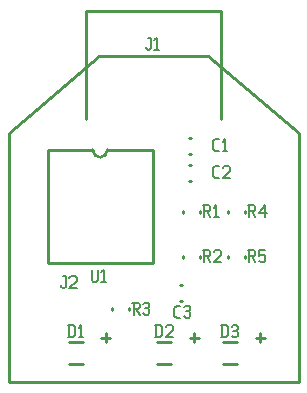
<source format=gbr>
G04 start of page 8 for group -4079 idx -4079 *
G04 Title: (unknown), topsilk *
G04 Creator: pcb 4.0.2 *
G04 CreationDate: Sat May 14 18:28:01 2022 UTC *
G04 For: railfan *
G04 Format: Gerber/RS-274X *
G04 PCB-Dimensions (mil): 1000.00 1250.00 *
G04 PCB-Coordinate-Origin: lower left *
%MOIN*%
%FSLAX25Y25*%
%LNTOPSILK*%
%ADD44C,0.0080*%
%ADD43C,0.0100*%
G54D43*X85500Y17000D02*Y14000D01*
X84000Y15500D02*X87000D01*
X63500Y17000D02*Y14000D01*
X62000Y15500D02*X65000D01*
X34000Y17000D02*Y14000D01*
X32500Y15500D02*X35500D01*
X74745Y57893D02*Y57107D01*
X80255Y57893D02*Y57107D01*
X61607Y73255D02*X62393D01*
X61607Y67745D02*X62393D01*
X59745Y42893D02*Y42107D01*
X65255Y42893D02*Y42107D01*
X59745Y57893D02*Y57107D01*
X65255Y57893D02*Y57107D01*
X27500Y124500D02*X72500D01*
Y88500D01*
X27500Y124500D02*Y88500D01*
X61607Y82255D02*X62393D01*
X61607Y76745D02*X62393D01*
X21638Y14240D02*X26362D01*
X21638Y6760D02*X26362D01*
X14700Y78200D02*X29600D01*
X34600D02*X49600D01*
Y40400D01*
X14700D01*
Y78200D01*
X29600D02*G75*G03X34600Y78200I2500J0D01*G01*
X51138Y14240D02*X55862D01*
X51138Y6760D02*X55862D01*
X36245Y25393D02*Y24607D01*
X41755Y25393D02*Y24607D01*
X1693Y83709D02*Y717D01*
X98307Y83709D02*Y717D01*
X1693D02*X98307D01*
X1693Y83709D02*X31890Y109418D01*
X98307Y83709D02*X68110Y109418D01*
X31890D02*X68110D01*
X58650Y33255D02*X59436D01*
X58650Y27745D02*X59436D01*
X73138Y14240D02*X77862D01*
X73138Y6760D02*X77862D01*
X74745Y42893D02*Y42107D01*
X80255Y42893D02*Y42107D01*
G54D44*X81393Y59607D02*X83393D01*
X83893Y59107D01*
Y58107D01*
X83393Y57607D02*X83893Y58107D01*
X81893Y57607D02*X83393D01*
X81893Y59607D02*Y55607D01*
X82693Y57607D02*X83893Y55607D01*
X85093Y57107D02*X87093Y59607D01*
X85093Y57107D02*X87593D01*
X87093Y59607D02*Y55607D01*
X66350Y44650D02*X68350D01*
X68850Y44150D01*
Y43150D01*
X68350Y42650D02*X68850Y43150D01*
X66850Y42650D02*X68350D01*
X66850Y44650D02*Y40650D01*
X67650Y42650D02*X68850Y40650D01*
X70050Y44150D02*X70550Y44650D01*
X72050D01*
X72550Y44150D01*
Y43150D01*
X70050Y40650D02*X72550Y43150D01*
X70050Y40650D02*X72550D01*
X81393Y44607D02*X83393D01*
X83893Y44107D01*
Y43107D01*
X83393Y42607D02*X83893Y43107D01*
X81893Y42607D02*X83393D01*
X81893Y44607D02*Y40607D01*
X82693Y42607D02*X83893Y40607D01*
X85093Y44607D02*X87093D01*
X85093D02*Y42607D01*
X85593Y43107D01*
X86593D01*
X87093Y42607D01*
Y41107D01*
X86593Y40607D02*X87093Y41107D01*
X85593Y40607D02*X86593D01*
X85093Y41107D02*X85593Y40607D01*
X48200Y115500D02*X49000D01*
Y112000D01*
X48500Y111500D02*X49000Y112000D01*
X48000Y111500D02*X48500D01*
X47500Y112000D02*X48000Y111500D01*
X47500Y112500D02*Y112000D01*
X50200Y114700D02*X51000Y115500D01*
Y111500D01*
X50200D02*X51700D01*
X70550Y77650D02*X71850D01*
X69850Y78350D02*X70550Y77650D01*
X69850Y80950D02*Y78350D01*
Y80950D02*X70550Y81650D01*
X71850D01*
X73050Y80850D02*X73850Y81650D01*
Y77650D01*
X73050D02*X74550D01*
X70550Y68650D02*X71850D01*
X69850Y69350D02*X70550Y68650D01*
X69850Y71950D02*Y69350D01*
Y71950D02*X70550Y72650D01*
X71850D01*
X73050Y72150D02*X73550Y72650D01*
X75050D01*
X75550Y72150D01*
Y71150D01*
X73050Y68650D02*X75550Y71150D01*
X73050Y68650D02*X75550D01*
X66393Y59693D02*X68393D01*
X68893Y59193D01*
Y58193D01*
X68393Y57693D02*X68893Y58193D01*
X66893Y57693D02*X68393D01*
X66893Y59693D02*Y55693D01*
X67693Y57693D02*X68893Y55693D01*
X70093Y58893D02*X70893Y59693D01*
Y55693D01*
X70093D02*X71593D01*
X21850Y19650D02*Y15650D01*
X23150Y19650D02*X23850Y18950D01*
Y16350D01*
X23150Y15650D02*X23850Y16350D01*
X21350Y15650D02*X23150D01*
X21350Y19650D02*X23150D01*
X25050Y18850D02*X25850Y19650D01*
Y15650D01*
X25050D02*X26550D01*
X42850Y27150D02*X44850D01*
X45350Y26650D01*
Y25650D01*
X44850Y25150D02*X45350Y25650D01*
X43350Y25150D02*X44850D01*
X43350Y27150D02*Y23150D01*
X44150Y25150D02*X45350Y23150D01*
X46550Y26650D02*X47050Y27150D01*
X48050D01*
X48550Y26650D01*
X48050Y23150D02*X48550Y23650D01*
X47050Y23150D02*X48050D01*
X46550Y23650D02*X47050Y23150D01*
Y25350D02*X48050D01*
X48550Y26650D02*Y25850D01*
Y24850D02*Y23650D01*
Y24850D02*X48050Y25350D01*
X48550Y25850D02*X48050Y25350D01*
X29300Y38200D02*Y34700D01*
X29800Y34200D01*
X30800D01*
X31300Y34700D01*
Y38200D02*Y34700D01*
X32500Y37400D02*X33300Y38200D01*
Y34200D01*
X32500D02*X34000D01*
X57593Y22150D02*X58893D01*
X56893Y22850D02*X57593Y22150D01*
X56893Y25450D02*Y22850D01*
Y25450D02*X57593Y26150D01*
X58893D01*
X60093Y25650D02*X60593Y26150D01*
X61593D01*
X62093Y25650D01*
X61593Y22150D02*X62093Y22650D01*
X60593Y22150D02*X61593D01*
X60093Y22650D02*X60593Y22150D01*
Y24350D02*X61593D01*
X62093Y25650D02*Y24850D01*
Y23850D02*Y22650D01*
Y23850D02*X61593Y24350D01*
X62093Y24850D02*X61593Y24350D01*
X50845Y19660D02*Y15700D01*
X52132Y19660D02*X52825Y18967D01*
Y16393D01*
X52132Y15700D02*X52825Y16393D01*
X50350Y15700D02*X52132D01*
X50350Y19660D02*X52132D01*
X54013Y19165D02*X54508Y19660D01*
X55993D01*
X56488Y19165D01*
Y18175D01*
X54013Y15700D02*X56488Y18175D01*
X54013Y15700D02*X56488D01*
X19800Y36000D02*X20600D01*
Y32500D01*
X20100Y32000D02*X20600Y32500D01*
X19600Y32000D02*X20100D01*
X19100Y32500D02*X19600Y32000D01*
X19100Y33000D02*Y32500D01*
X21800Y35500D02*X22300Y36000D01*
X23800D01*
X24300Y35500D01*
Y34500D01*
X21800Y32000D02*X24300Y34500D01*
X21800Y32000D02*X24300D01*
X72850Y19650D02*Y15650D01*
X74150Y19650D02*X74850Y18950D01*
Y16350D01*
X74150Y15650D02*X74850Y16350D01*
X72350Y15650D02*X74150D01*
X72350Y19650D02*X74150D01*
X76050Y19150D02*X76550Y19650D01*
X77550D01*
X78050Y19150D01*
X77550Y15650D02*X78050Y16150D01*
X76550Y15650D02*X77550D01*
X76050Y16150D02*X76550Y15650D01*
Y17850D02*X77550D01*
X78050Y19150D02*Y18350D01*
Y17350D02*Y16150D01*
Y17350D02*X77550Y17850D01*
X78050Y18350D02*X77550Y17850D01*
M02*

</source>
